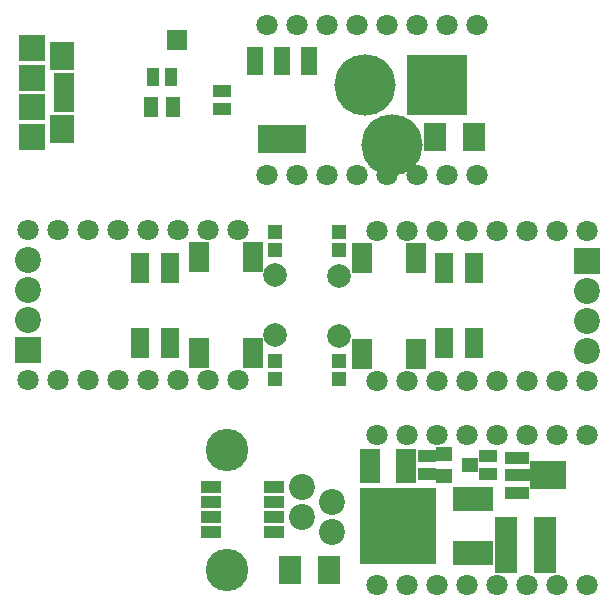
<source format=gbs>
G04 (created by PCBNEW (2013-jul-07)-stable) date Thu 09 Jan 2014 05:47:14 AM EST*
%MOIN*%
G04 Gerber Fmt 3.4, Leading zero omitted, Abs format*
%FSLAX34Y34*%
G01*
G70*
G90*
G04 APERTURE LIST*
%ADD10C,0.00590551*%
%ADD11C,0.204748*%
%ADD12R,0.204748X0.204748*%
%ADD13C,0.141732*%
%ADD14C,0.0866142*%
%ADD15R,0.135748X0.080748*%
%ADD16R,0.255748X0.255748*%
%ADD17R,0.055148X0.047248*%
%ADD18R,0.070848X0.039348*%
%ADD19R,0.065748X0.115748*%
%ADD20R,0.075748X0.095748*%
%ADD21R,0.060748X0.040748*%
%ADD22C,0.070748*%
%ADD23R,0.078748X0.043348*%
%ADD24R,0.098448X0.043348*%
%ADD25R,0.124048X0.094448*%
%ADD26R,0.0866142X0.0866142*%
%ADD27R,0.0708661X0.0984252*%
%ADD28R,0.0590551X0.102362*%
%ADD29C,0.0787402*%
%ADD30R,0.047148X0.047148*%
%ADD31R,0.090448X0.090448*%
%ADD32R,0.090448X0.090548*%
%ADD33R,0.090448X0.086448*%
%ADD34R,0.078648X0.098248*%
%ADD35R,0.068748X0.031448*%
%ADD36R,0.159748X0.095748*%
%ADD37R,0.055748X0.095748*%
%ADD38R,0.050748X0.070748*%
%ADD39R,0.040748X0.060748*%
%ADD40R,0.065748X0.065748*%
G04 APERTURE END LIST*
G54D10*
G54D11*
X69906Y-46548D03*
G54D12*
X72306Y-46548D03*
G54D11*
X70806Y-48548D03*
G54D13*
X65321Y-58710D03*
X65321Y-62710D03*
G54D14*
X67821Y-59960D03*
X68821Y-60460D03*
X67821Y-60960D03*
X68821Y-61460D03*
G54D15*
X73521Y-60360D03*
G54D16*
X71021Y-61260D03*
G54D15*
X73521Y-62160D03*
G54D17*
X73404Y-59210D03*
X72538Y-58835D03*
X72538Y-59585D03*
G54D18*
X66871Y-61460D03*
X64771Y-61460D03*
X66871Y-60960D03*
X66871Y-60460D03*
X66871Y-59960D03*
X64771Y-60960D03*
X64771Y-60460D03*
X64771Y-59960D03*
G54D19*
X70071Y-59260D03*
X71271Y-59260D03*
G54D20*
X67421Y-62710D03*
X68721Y-62710D03*
X75921Y-62360D03*
X74621Y-62360D03*
X75921Y-61410D03*
X74621Y-61410D03*
G54D21*
X74021Y-58910D03*
X74021Y-59510D03*
X71971Y-58910D03*
X71971Y-59510D03*
G54D22*
X70321Y-63210D03*
X71321Y-63210D03*
X72321Y-63210D03*
X73321Y-63210D03*
X74321Y-63210D03*
X75321Y-63210D03*
X76321Y-63210D03*
X77321Y-63210D03*
X77321Y-58210D03*
X76321Y-58210D03*
X75321Y-58210D03*
X74321Y-58210D03*
X73321Y-58210D03*
X72321Y-58210D03*
X71321Y-58210D03*
X70321Y-58210D03*
G54D23*
X74973Y-60151D03*
G54D24*
X75071Y-59560D03*
G54D23*
X74973Y-58969D03*
G54D25*
X76016Y-59560D03*
G54D26*
X77300Y-52403D03*
G54D14*
X77300Y-53403D03*
X77300Y-54403D03*
X77300Y-55403D03*
G54D27*
X71600Y-55503D03*
X71600Y-52303D03*
X69800Y-55503D03*
X69800Y-52303D03*
G54D22*
X70300Y-56403D03*
X71300Y-56403D03*
X72300Y-56403D03*
X73300Y-56403D03*
X74300Y-56403D03*
X75300Y-56403D03*
X76300Y-56403D03*
X77300Y-56403D03*
X77300Y-51403D03*
X76300Y-51403D03*
X75300Y-51403D03*
X74300Y-51403D03*
X73300Y-51403D03*
X72300Y-51403D03*
X71300Y-51403D03*
X70300Y-51403D03*
G54D28*
X73542Y-52643D03*
X73542Y-55162D03*
X72557Y-55162D03*
X72557Y-52643D03*
G54D29*
X69053Y-52903D03*
X69053Y-54903D03*
G54D30*
X69050Y-52048D03*
X69050Y-51458D03*
X69050Y-55758D03*
X69050Y-56348D03*
G54D26*
X58670Y-55395D03*
G54D14*
X58670Y-54395D03*
X58670Y-53395D03*
X58670Y-52395D03*
G54D27*
X64370Y-52295D03*
X64370Y-55495D03*
X66170Y-52295D03*
X66170Y-55495D03*
G54D22*
X65670Y-51395D03*
X64670Y-51395D03*
X63670Y-51395D03*
X62670Y-51395D03*
X61670Y-51395D03*
X60670Y-51395D03*
X59670Y-51395D03*
X58670Y-51395D03*
X58670Y-56395D03*
X59670Y-56395D03*
X60670Y-56395D03*
X61670Y-56395D03*
X62670Y-56395D03*
X63670Y-56395D03*
X64670Y-56395D03*
X65670Y-56395D03*
G54D28*
X62428Y-55155D03*
X62428Y-52635D03*
X63412Y-52635D03*
X63412Y-55155D03*
G54D29*
X66916Y-54895D03*
X66916Y-52895D03*
G54D30*
X66920Y-55750D03*
X66920Y-56340D03*
X66920Y-52040D03*
X66920Y-51450D03*
G54D31*
X58826Y-47270D03*
G54D32*
X58826Y-46326D03*
G54D33*
X58826Y-45302D03*
G54D34*
X59830Y-48018D03*
G54D35*
X59880Y-47309D03*
X59880Y-47053D03*
X59880Y-46798D03*
X59880Y-46543D03*
X59880Y-46287D03*
G54D34*
X59830Y-45578D03*
G54D33*
X58826Y-48294D03*
G54D36*
X67156Y-48348D03*
G54D37*
X67156Y-45748D03*
X68056Y-45748D03*
X66256Y-45748D03*
G54D20*
X73556Y-48298D03*
X72256Y-48298D03*
G54D38*
X62781Y-47298D03*
X63531Y-47298D03*
G54D39*
X62856Y-46298D03*
X63456Y-46298D03*
G54D21*
X65156Y-47348D03*
X65156Y-46748D03*
G54D40*
X63656Y-45048D03*
G54D22*
X66656Y-49548D03*
X67656Y-49548D03*
X68656Y-49548D03*
X69656Y-49548D03*
X70656Y-49548D03*
X71656Y-49548D03*
X72656Y-49548D03*
X73656Y-49548D03*
X73656Y-44548D03*
X72656Y-44548D03*
X71656Y-44548D03*
X70656Y-44548D03*
X69656Y-44548D03*
X68656Y-44548D03*
X67656Y-44548D03*
X66656Y-44548D03*
M02*

</source>
